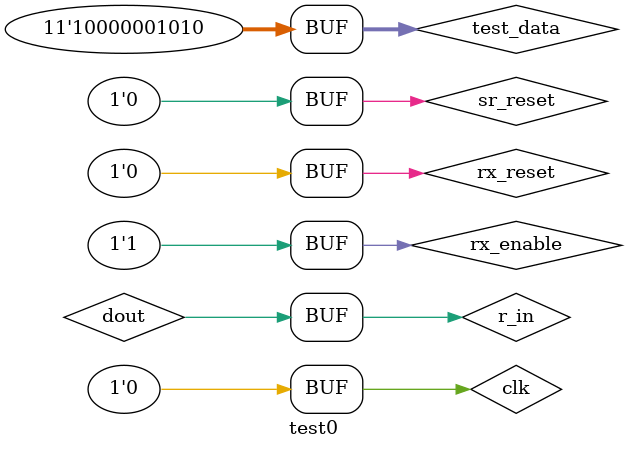
<source format=v>
module test0();
localparam CYCLES = 11*8;
reg clk = 1'b0;
reg rx_reset = 1'b0;
reg rx_enable = 1'b0;

reg sr_reset = 1'b0;
wire dout;
reg [10:0] test_data = 11'b10000001010;
wire [7:0] rx_data;

wire r_in;
assign r_in = rx_enable ? dout : 1'b1;

wire cout;

clock_divider cd(
	.clkin(clk),
	.reset(sr_reset),
	.clkout(cout)
);

shift_reg_piso #(11) sr(
	.clk(cout),
	.reset(sr_reset),
	.datain(test_data),
	.dataout(dout)
);

rx_module rm(
	.clk(clk),
	.reset(rx_reset),
	.enable(rx_enable),
	.data_out(rx_data),
	.rx(r_in)
);

initial begin
	$monitor("%b", rx_data);
	// $monitor("%b", dout);
	sr_reset = 1'b1;
	#1 sr_reset = 1'b0;
	rx_reset = 1'b1;
	#1 rx_reset = 1'b0;
	rx_enable = 1'b1;
end

always @ (posedge clk) begin
	$display("Posedge");
end

initial repeat(CYCLES*2) begin
	#5 clk = ~clk;
end

endmodule


</source>
